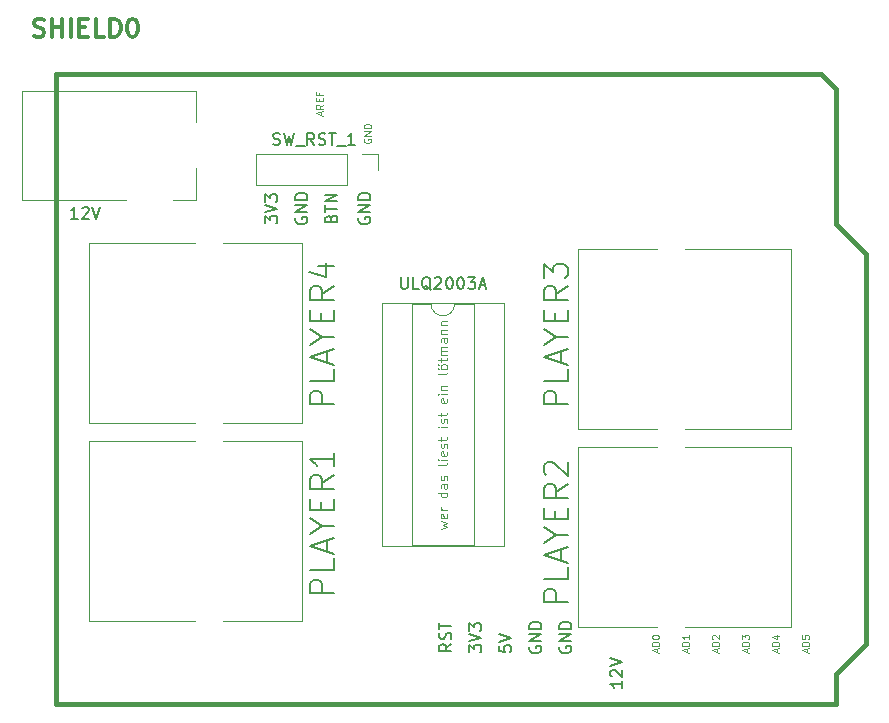
<source format=gbr>
G04 #@! TF.GenerationSoftware,KiCad,Pcbnew,5.0.1*
G04 #@! TF.CreationDate,2018-10-24T01:14:12+02:00*
G04 #@! TF.ProjectId,jeopardy-hw,6A656F70617264792D68772E6B696361,rev?*
G04 #@! TF.SameCoordinates,Original*
G04 #@! TF.FileFunction,Legend,Top*
G04 #@! TF.FilePolarity,Positive*
%FSLAX46Y46*%
G04 Gerber Fmt 4.6, Leading zero omitted, Abs format (unit mm)*
G04 Created by KiCad (PCBNEW 5.0.1) date Wed 24 Oct 2018 01:14:12 AM CEST*
%MOMM*%
%LPD*%
G01*
G04 APERTURE LIST*
%ADD10C,0.100000*%
%ADD11C,0.200000*%
%ADD12C,0.120000*%
%ADD13C,0.381000*%
%ADD14C,0.150000*%
%ADD15C,0.304800*%
G04 APERTURE END LIST*
D10*
X197948571Y-144963047D02*
X198481904Y-144810666D01*
X198100952Y-144658285D01*
X198481904Y-144505904D01*
X197948571Y-144353523D01*
X198443809Y-143744000D02*
X198481904Y-143820190D01*
X198481904Y-143972571D01*
X198443809Y-144048761D01*
X198367619Y-144086857D01*
X198062857Y-144086857D01*
X197986666Y-144048761D01*
X197948571Y-143972571D01*
X197948571Y-143820190D01*
X197986666Y-143744000D01*
X198062857Y-143705904D01*
X198139047Y-143705904D01*
X198215238Y-144086857D01*
X198481904Y-143363047D02*
X197948571Y-143363047D01*
X198100952Y-143363047D02*
X198024761Y-143324952D01*
X197986666Y-143286857D01*
X197948571Y-143210666D01*
X197948571Y-143134476D01*
X198481904Y-141915428D02*
X197681904Y-141915428D01*
X198443809Y-141915428D02*
X198481904Y-141991619D01*
X198481904Y-142144000D01*
X198443809Y-142220190D01*
X198405714Y-142258285D01*
X198329523Y-142296380D01*
X198100952Y-142296380D01*
X198024761Y-142258285D01*
X197986666Y-142220190D01*
X197948571Y-142144000D01*
X197948571Y-141991619D01*
X197986666Y-141915428D01*
X198481904Y-141191619D02*
X198062857Y-141191619D01*
X197986666Y-141229714D01*
X197948571Y-141305904D01*
X197948571Y-141458285D01*
X197986666Y-141534476D01*
X198443809Y-141191619D02*
X198481904Y-141267809D01*
X198481904Y-141458285D01*
X198443809Y-141534476D01*
X198367619Y-141572571D01*
X198291428Y-141572571D01*
X198215238Y-141534476D01*
X198177142Y-141458285D01*
X198177142Y-141267809D01*
X198139047Y-141191619D01*
X198443809Y-140848761D02*
X198481904Y-140772571D01*
X198481904Y-140620190D01*
X198443809Y-140544000D01*
X198367619Y-140505904D01*
X198329523Y-140505904D01*
X198253333Y-140544000D01*
X198215238Y-140620190D01*
X198215238Y-140734476D01*
X198177142Y-140810666D01*
X198100952Y-140848761D01*
X198062857Y-140848761D01*
X197986666Y-140810666D01*
X197948571Y-140734476D01*
X197948571Y-140620190D01*
X197986666Y-140544000D01*
X198481904Y-139439238D02*
X198443809Y-139515428D01*
X198367619Y-139553523D01*
X197681904Y-139553523D01*
X198481904Y-139134476D02*
X197948571Y-139134476D01*
X197681904Y-139134476D02*
X197720000Y-139172571D01*
X197758095Y-139134476D01*
X197720000Y-139096380D01*
X197681904Y-139134476D01*
X197758095Y-139134476D01*
X198443809Y-138448761D02*
X198481904Y-138524952D01*
X198481904Y-138677333D01*
X198443809Y-138753523D01*
X198367619Y-138791619D01*
X198062857Y-138791619D01*
X197986666Y-138753523D01*
X197948571Y-138677333D01*
X197948571Y-138524952D01*
X197986666Y-138448761D01*
X198062857Y-138410666D01*
X198139047Y-138410666D01*
X198215238Y-138791619D01*
X198443809Y-138105904D02*
X198481904Y-138029714D01*
X198481904Y-137877333D01*
X198443809Y-137801142D01*
X198367619Y-137763047D01*
X198329523Y-137763047D01*
X198253333Y-137801142D01*
X198215238Y-137877333D01*
X198215238Y-137991619D01*
X198177142Y-138067809D01*
X198100952Y-138105904D01*
X198062857Y-138105904D01*
X197986666Y-138067809D01*
X197948571Y-137991619D01*
X197948571Y-137877333D01*
X197986666Y-137801142D01*
X197948571Y-137534476D02*
X197948571Y-137229714D01*
X197681904Y-137420190D02*
X198367619Y-137420190D01*
X198443809Y-137382095D01*
X198481904Y-137305904D01*
X198481904Y-137229714D01*
X198481904Y-136353523D02*
X197948571Y-136353523D01*
X197681904Y-136353523D02*
X197720000Y-136391619D01*
X197758095Y-136353523D01*
X197720000Y-136315428D01*
X197681904Y-136353523D01*
X197758095Y-136353523D01*
X198443809Y-136010666D02*
X198481904Y-135934476D01*
X198481904Y-135782095D01*
X198443809Y-135705904D01*
X198367619Y-135667809D01*
X198329523Y-135667809D01*
X198253333Y-135705904D01*
X198215238Y-135782095D01*
X198215238Y-135896380D01*
X198177142Y-135972571D01*
X198100952Y-136010666D01*
X198062857Y-136010666D01*
X197986666Y-135972571D01*
X197948571Y-135896380D01*
X197948571Y-135782095D01*
X197986666Y-135705904D01*
X197948571Y-135439238D02*
X197948571Y-135134476D01*
X197681904Y-135324952D02*
X198367619Y-135324952D01*
X198443809Y-135286857D01*
X198481904Y-135210666D01*
X198481904Y-135134476D01*
X198443809Y-133953523D02*
X198481904Y-134029714D01*
X198481904Y-134182095D01*
X198443809Y-134258285D01*
X198367619Y-134296380D01*
X198062857Y-134296380D01*
X197986666Y-134258285D01*
X197948571Y-134182095D01*
X197948571Y-134029714D01*
X197986666Y-133953523D01*
X198062857Y-133915428D01*
X198139047Y-133915428D01*
X198215238Y-134296380D01*
X198481904Y-133572571D02*
X197948571Y-133572571D01*
X197681904Y-133572571D02*
X197720000Y-133610666D01*
X197758095Y-133572571D01*
X197720000Y-133534476D01*
X197681904Y-133572571D01*
X197758095Y-133572571D01*
X197948571Y-133191619D02*
X198481904Y-133191619D01*
X198024761Y-133191619D02*
X197986666Y-133153523D01*
X197948571Y-133077333D01*
X197948571Y-132963047D01*
X197986666Y-132886857D01*
X198062857Y-132848761D01*
X198481904Y-132848761D01*
X198481904Y-131744000D02*
X198443809Y-131820190D01*
X198367619Y-131858285D01*
X197681904Y-131858285D01*
X198481904Y-131324952D02*
X198443809Y-131401142D01*
X198405714Y-131439238D01*
X198329523Y-131477333D01*
X198100952Y-131477333D01*
X198024761Y-131439238D01*
X197986666Y-131401142D01*
X197948571Y-131324952D01*
X197948571Y-131210666D01*
X197986666Y-131134476D01*
X198024761Y-131096380D01*
X198100952Y-131058285D01*
X198329523Y-131058285D01*
X198405714Y-131096380D01*
X198443809Y-131134476D01*
X198481904Y-131210666D01*
X198481904Y-131324952D01*
X197681904Y-131401142D02*
X197720000Y-131363047D01*
X197758095Y-131401142D01*
X197720000Y-131439238D01*
X197681904Y-131401142D01*
X197758095Y-131401142D01*
X197681904Y-131096380D02*
X197720000Y-131058285D01*
X197758095Y-131096380D01*
X197720000Y-131134476D01*
X197681904Y-131096380D01*
X197758095Y-131096380D01*
X197948571Y-130829714D02*
X197948571Y-130524952D01*
X197681904Y-130715428D02*
X198367619Y-130715428D01*
X198443809Y-130677333D01*
X198481904Y-130601142D01*
X198481904Y-130524952D01*
X198481904Y-130258285D02*
X197948571Y-130258285D01*
X198024761Y-130258285D02*
X197986666Y-130220190D01*
X197948571Y-130144000D01*
X197948571Y-130029714D01*
X197986666Y-129953523D01*
X198062857Y-129915428D01*
X198481904Y-129915428D01*
X198062857Y-129915428D02*
X197986666Y-129877333D01*
X197948571Y-129801142D01*
X197948571Y-129686857D01*
X197986666Y-129610666D01*
X198062857Y-129572571D01*
X198481904Y-129572571D01*
X198481904Y-128848761D02*
X198062857Y-128848761D01*
X197986666Y-128886857D01*
X197948571Y-128963047D01*
X197948571Y-129115428D01*
X197986666Y-129191619D01*
X198443809Y-128848761D02*
X198481904Y-128924952D01*
X198481904Y-129115428D01*
X198443809Y-129191619D01*
X198367619Y-129229714D01*
X198291428Y-129229714D01*
X198215238Y-129191619D01*
X198177142Y-129115428D01*
X198177142Y-128924952D01*
X198139047Y-128848761D01*
X197948571Y-128467809D02*
X198481904Y-128467809D01*
X198024761Y-128467809D02*
X197986666Y-128429714D01*
X197948571Y-128353523D01*
X197948571Y-128239238D01*
X197986666Y-128163047D01*
X198062857Y-128124952D01*
X198481904Y-128124952D01*
X197948571Y-127744000D02*
X198481904Y-127744000D01*
X198024761Y-127744000D02*
X197986666Y-127705904D01*
X197948571Y-127629714D01*
X197948571Y-127515428D01*
X197986666Y-127439238D01*
X198062857Y-127401142D01*
X198481904Y-127401142D01*
X187806000Y-109937428D02*
X187806000Y-109651714D01*
X187977428Y-109994571D02*
X187377428Y-109794571D01*
X187977428Y-109594571D01*
X187977428Y-109051714D02*
X187691714Y-109251714D01*
X187977428Y-109394571D02*
X187377428Y-109394571D01*
X187377428Y-109166000D01*
X187406000Y-109108857D01*
X187434571Y-109080285D01*
X187491714Y-109051714D01*
X187577428Y-109051714D01*
X187634571Y-109080285D01*
X187663142Y-109108857D01*
X187691714Y-109166000D01*
X187691714Y-109394571D01*
X187663142Y-108794571D02*
X187663142Y-108594571D01*
X187977428Y-108508857D02*
X187977428Y-108794571D01*
X187377428Y-108794571D01*
X187377428Y-108508857D01*
X187663142Y-108051714D02*
X187663142Y-108251714D01*
X187977428Y-108251714D02*
X187377428Y-108251714D01*
X187377428Y-107966000D01*
X191470000Y-111963142D02*
X191441428Y-112020285D01*
X191441428Y-112106000D01*
X191470000Y-112191714D01*
X191527142Y-112248857D01*
X191584285Y-112277428D01*
X191698571Y-112306000D01*
X191784285Y-112306000D01*
X191898571Y-112277428D01*
X191955714Y-112248857D01*
X192012857Y-112191714D01*
X192041428Y-112106000D01*
X192041428Y-112048857D01*
X192012857Y-111963142D01*
X191984285Y-111934571D01*
X191784285Y-111934571D01*
X191784285Y-112048857D01*
X192041428Y-111677428D02*
X191441428Y-111677428D01*
X192041428Y-111334571D01*
X191441428Y-111334571D01*
X192041428Y-111048857D02*
X191441428Y-111048857D01*
X191441428Y-110906000D01*
X191470000Y-110820285D01*
X191527142Y-110763142D01*
X191584285Y-110734571D01*
X191698571Y-110706000D01*
X191784285Y-110706000D01*
X191898571Y-110734571D01*
X191955714Y-110763142D01*
X192012857Y-110820285D01*
X192041428Y-110906000D01*
X192041428Y-111048857D01*
X228954000Y-155414571D02*
X228954000Y-155128857D01*
X229125428Y-155471714D02*
X228525428Y-155271714D01*
X229125428Y-155071714D01*
X229125428Y-154871714D02*
X228525428Y-154871714D01*
X228525428Y-154728857D01*
X228554000Y-154643142D01*
X228611142Y-154586000D01*
X228668285Y-154557428D01*
X228782571Y-154528857D01*
X228868285Y-154528857D01*
X228982571Y-154557428D01*
X229039714Y-154586000D01*
X229096857Y-154643142D01*
X229125428Y-154728857D01*
X229125428Y-154871714D01*
X228525428Y-153986000D02*
X228525428Y-154271714D01*
X228811142Y-154300285D01*
X228782571Y-154271714D01*
X228754000Y-154214571D01*
X228754000Y-154071714D01*
X228782571Y-154014571D01*
X228811142Y-153986000D01*
X228868285Y-153957428D01*
X229011142Y-153957428D01*
X229068285Y-153986000D01*
X229096857Y-154014571D01*
X229125428Y-154071714D01*
X229125428Y-154214571D01*
X229096857Y-154271714D01*
X229068285Y-154300285D01*
X226414000Y-155414571D02*
X226414000Y-155128857D01*
X226585428Y-155471714D02*
X225985428Y-155271714D01*
X226585428Y-155071714D01*
X226585428Y-154871714D02*
X225985428Y-154871714D01*
X225985428Y-154728857D01*
X226014000Y-154643142D01*
X226071142Y-154586000D01*
X226128285Y-154557428D01*
X226242571Y-154528857D01*
X226328285Y-154528857D01*
X226442571Y-154557428D01*
X226499714Y-154586000D01*
X226556857Y-154643142D01*
X226585428Y-154728857D01*
X226585428Y-154871714D01*
X226185428Y-154014571D02*
X226585428Y-154014571D01*
X225956857Y-154157428D02*
X226385428Y-154300285D01*
X226385428Y-153928857D01*
X223874000Y-155414571D02*
X223874000Y-155128857D01*
X224045428Y-155471714D02*
X223445428Y-155271714D01*
X224045428Y-155071714D01*
X224045428Y-154871714D02*
X223445428Y-154871714D01*
X223445428Y-154728857D01*
X223474000Y-154643142D01*
X223531142Y-154586000D01*
X223588285Y-154557428D01*
X223702571Y-154528857D01*
X223788285Y-154528857D01*
X223902571Y-154557428D01*
X223959714Y-154586000D01*
X224016857Y-154643142D01*
X224045428Y-154728857D01*
X224045428Y-154871714D01*
X223445428Y-154328857D02*
X223445428Y-153957428D01*
X223674000Y-154157428D01*
X223674000Y-154071714D01*
X223702571Y-154014571D01*
X223731142Y-153986000D01*
X223788285Y-153957428D01*
X223931142Y-153957428D01*
X223988285Y-153986000D01*
X224016857Y-154014571D01*
X224045428Y-154071714D01*
X224045428Y-154243142D01*
X224016857Y-154300285D01*
X223988285Y-154328857D01*
X221334000Y-155414571D02*
X221334000Y-155128857D01*
X221505428Y-155471714D02*
X220905428Y-155271714D01*
X221505428Y-155071714D01*
X221505428Y-154871714D02*
X220905428Y-154871714D01*
X220905428Y-154728857D01*
X220934000Y-154643142D01*
X220991142Y-154586000D01*
X221048285Y-154557428D01*
X221162571Y-154528857D01*
X221248285Y-154528857D01*
X221362571Y-154557428D01*
X221419714Y-154586000D01*
X221476857Y-154643142D01*
X221505428Y-154728857D01*
X221505428Y-154871714D01*
X220962571Y-154300285D02*
X220934000Y-154271714D01*
X220905428Y-154214571D01*
X220905428Y-154071714D01*
X220934000Y-154014571D01*
X220962571Y-153986000D01*
X221019714Y-153957428D01*
X221076857Y-153957428D01*
X221162571Y-153986000D01*
X221505428Y-154328857D01*
X221505428Y-153957428D01*
X218794000Y-155414571D02*
X218794000Y-155128857D01*
X218965428Y-155471714D02*
X218365428Y-155271714D01*
X218965428Y-155071714D01*
X218965428Y-154871714D02*
X218365428Y-154871714D01*
X218365428Y-154728857D01*
X218394000Y-154643142D01*
X218451142Y-154586000D01*
X218508285Y-154557428D01*
X218622571Y-154528857D01*
X218708285Y-154528857D01*
X218822571Y-154557428D01*
X218879714Y-154586000D01*
X218936857Y-154643142D01*
X218965428Y-154728857D01*
X218965428Y-154871714D01*
X218965428Y-153957428D02*
X218965428Y-154300285D01*
X218965428Y-154128857D02*
X218365428Y-154128857D01*
X218451142Y-154186000D01*
X218508285Y-154243142D01*
X218536857Y-154300285D01*
X216254000Y-155414571D02*
X216254000Y-155128857D01*
X216425428Y-155471714D02*
X215825428Y-155271714D01*
X216425428Y-155071714D01*
X216425428Y-154871714D02*
X215825428Y-154871714D01*
X215825428Y-154728857D01*
X215854000Y-154643142D01*
X215911142Y-154586000D01*
X215968285Y-154557428D01*
X216082571Y-154528857D01*
X216168285Y-154528857D01*
X216282571Y-154557428D01*
X216339714Y-154586000D01*
X216396857Y-154643142D01*
X216425428Y-154728857D01*
X216425428Y-154871714D01*
X215825428Y-154157428D02*
X215825428Y-154100285D01*
X215854000Y-154043142D01*
X215882571Y-154014571D01*
X215939714Y-153986000D01*
X216054000Y-153957428D01*
X216196857Y-153957428D01*
X216311142Y-153986000D01*
X216368285Y-154014571D01*
X216396857Y-154043142D01*
X216425428Y-154100285D01*
X216425428Y-154157428D01*
X216396857Y-154214571D01*
X216368285Y-154243142D01*
X216311142Y-154271714D01*
X216196857Y-154300285D01*
X216054000Y-154300285D01*
X215939714Y-154271714D01*
X215882571Y-154243142D01*
X215854000Y-154214571D01*
X215825428Y-154157428D01*
D11*
X200366380Y-155416095D02*
X200366380Y-154797047D01*
X200747333Y-155130380D01*
X200747333Y-154987523D01*
X200794952Y-154892285D01*
X200842571Y-154844666D01*
X200937809Y-154797047D01*
X201175904Y-154797047D01*
X201271142Y-154844666D01*
X201318761Y-154892285D01*
X201366380Y-154987523D01*
X201366380Y-155273238D01*
X201318761Y-155368476D01*
X201271142Y-155416095D01*
X200366380Y-154511333D02*
X201366380Y-154178000D01*
X200366380Y-153844666D01*
X200366380Y-153606571D02*
X200366380Y-152987523D01*
X200747333Y-153320857D01*
X200747333Y-153178000D01*
X200794952Y-153082761D01*
X200842571Y-153035142D01*
X200937809Y-152987523D01*
X201175904Y-152987523D01*
X201271142Y-153035142D01*
X201318761Y-153082761D01*
X201366380Y-153178000D01*
X201366380Y-153463714D01*
X201318761Y-153558952D01*
X201271142Y-153606571D01*
X202906380Y-154876476D02*
X202906380Y-155352666D01*
X203382571Y-155400285D01*
X203334952Y-155352666D01*
X203287333Y-155257428D01*
X203287333Y-155019333D01*
X203334952Y-154924095D01*
X203382571Y-154876476D01*
X203477809Y-154828857D01*
X203715904Y-154828857D01*
X203811142Y-154876476D01*
X203858761Y-154924095D01*
X203906380Y-155019333D01*
X203906380Y-155257428D01*
X203858761Y-155352666D01*
X203811142Y-155400285D01*
X202906380Y-154543142D02*
X203906380Y-154209809D01*
X202906380Y-153876476D01*
X213304380Y-157845047D02*
X213304380Y-158416476D01*
X213304380Y-158130761D02*
X212304380Y-158130761D01*
X212447238Y-158226000D01*
X212542476Y-158321238D01*
X212590095Y-158416476D01*
X212399619Y-157464095D02*
X212352000Y-157416476D01*
X212304380Y-157321238D01*
X212304380Y-157083142D01*
X212352000Y-156987904D01*
X212399619Y-156940285D01*
X212494857Y-156892666D01*
X212590095Y-156892666D01*
X212732952Y-156940285D01*
X213304380Y-157511714D01*
X213304380Y-156892666D01*
X212304380Y-156606952D02*
X213304380Y-156273619D01*
X212304380Y-155940285D01*
X208034000Y-154939904D02*
X207986380Y-155035142D01*
X207986380Y-155178000D01*
X208034000Y-155320857D01*
X208129238Y-155416095D01*
X208224476Y-155463714D01*
X208414952Y-155511333D01*
X208557809Y-155511333D01*
X208748285Y-155463714D01*
X208843523Y-155416095D01*
X208938761Y-155320857D01*
X208986380Y-155178000D01*
X208986380Y-155082761D01*
X208938761Y-154939904D01*
X208891142Y-154892285D01*
X208557809Y-154892285D01*
X208557809Y-155082761D01*
X208986380Y-154463714D02*
X207986380Y-154463714D01*
X208986380Y-153892285D01*
X207986380Y-153892285D01*
X208986380Y-153416095D02*
X207986380Y-153416095D01*
X207986380Y-153178000D01*
X208034000Y-153035142D01*
X208129238Y-152939904D01*
X208224476Y-152892285D01*
X208414952Y-152844666D01*
X208557809Y-152844666D01*
X208748285Y-152892285D01*
X208843523Y-152939904D01*
X208938761Y-153035142D01*
X208986380Y-153178000D01*
X208986380Y-153416095D01*
X205494000Y-154939904D02*
X205446380Y-155035142D01*
X205446380Y-155178000D01*
X205494000Y-155320857D01*
X205589238Y-155416095D01*
X205684476Y-155463714D01*
X205874952Y-155511333D01*
X206017809Y-155511333D01*
X206208285Y-155463714D01*
X206303523Y-155416095D01*
X206398761Y-155320857D01*
X206446380Y-155178000D01*
X206446380Y-155082761D01*
X206398761Y-154939904D01*
X206351142Y-154892285D01*
X206017809Y-154892285D01*
X206017809Y-155082761D01*
X206446380Y-154463714D02*
X205446380Y-154463714D01*
X206446380Y-153892285D01*
X205446380Y-153892285D01*
X206446380Y-153416095D02*
X205446380Y-153416095D01*
X205446380Y-153178000D01*
X205494000Y-153035142D01*
X205589238Y-152939904D01*
X205684476Y-152892285D01*
X205874952Y-152844666D01*
X206017809Y-152844666D01*
X206208285Y-152892285D01*
X206303523Y-152939904D01*
X206398761Y-153035142D01*
X206446380Y-153178000D01*
X206446380Y-153416095D01*
X198826380Y-154725619D02*
X198350190Y-155058952D01*
X198826380Y-155297047D02*
X197826380Y-155297047D01*
X197826380Y-154916095D01*
X197874000Y-154820857D01*
X197921619Y-154773238D01*
X198016857Y-154725619D01*
X198159714Y-154725619D01*
X198254952Y-154773238D01*
X198302571Y-154820857D01*
X198350190Y-154916095D01*
X198350190Y-155297047D01*
X198778761Y-154344666D02*
X198826380Y-154201809D01*
X198826380Y-153963714D01*
X198778761Y-153868476D01*
X198731142Y-153820857D01*
X198635904Y-153773238D01*
X198540666Y-153773238D01*
X198445428Y-153820857D01*
X198397809Y-153868476D01*
X198350190Y-153963714D01*
X198302571Y-154154190D01*
X198254952Y-154249428D01*
X198207333Y-154297047D01*
X198112095Y-154344666D01*
X198016857Y-154344666D01*
X197921619Y-154297047D01*
X197874000Y-154249428D01*
X197826380Y-154154190D01*
X197826380Y-153916095D01*
X197874000Y-153773238D01*
X197826380Y-153487523D02*
X197826380Y-152916095D01*
X198826380Y-153201809D02*
X197826380Y-153201809D01*
X191016000Y-118617904D02*
X190968380Y-118713142D01*
X190968380Y-118856000D01*
X191016000Y-118998857D01*
X191111238Y-119094095D01*
X191206476Y-119141714D01*
X191396952Y-119189333D01*
X191539809Y-119189333D01*
X191730285Y-119141714D01*
X191825523Y-119094095D01*
X191920761Y-118998857D01*
X191968380Y-118856000D01*
X191968380Y-118760761D01*
X191920761Y-118617904D01*
X191873142Y-118570285D01*
X191539809Y-118570285D01*
X191539809Y-118760761D01*
X191968380Y-118141714D02*
X190968380Y-118141714D01*
X191968380Y-117570285D01*
X190968380Y-117570285D01*
X191968380Y-117094095D02*
X190968380Y-117094095D01*
X190968380Y-116856000D01*
X191016000Y-116713142D01*
X191111238Y-116617904D01*
X191206476Y-116570285D01*
X191396952Y-116522666D01*
X191539809Y-116522666D01*
X191730285Y-116570285D01*
X191825523Y-116617904D01*
X191920761Y-116713142D01*
X191968380Y-116856000D01*
X191968380Y-117094095D01*
X188650571Y-118689333D02*
X188698190Y-118546476D01*
X188745809Y-118498857D01*
X188841047Y-118451238D01*
X188983904Y-118451238D01*
X189079142Y-118498857D01*
X189126761Y-118546476D01*
X189174380Y-118641714D01*
X189174380Y-119022666D01*
X188174380Y-119022666D01*
X188174380Y-118689333D01*
X188222000Y-118594095D01*
X188269619Y-118546476D01*
X188364857Y-118498857D01*
X188460095Y-118498857D01*
X188555333Y-118546476D01*
X188602952Y-118594095D01*
X188650571Y-118689333D01*
X188650571Y-119022666D01*
X188174380Y-118165523D02*
X188174380Y-117594095D01*
X189174380Y-117879809D02*
X188174380Y-117879809D01*
X189174380Y-117260761D02*
X188174380Y-117260761D01*
X189174380Y-116689333D01*
X188174380Y-116689333D01*
X185682000Y-118617904D02*
X185634380Y-118713142D01*
X185634380Y-118856000D01*
X185682000Y-118998857D01*
X185777238Y-119094095D01*
X185872476Y-119141714D01*
X186062952Y-119189333D01*
X186205809Y-119189333D01*
X186396285Y-119141714D01*
X186491523Y-119094095D01*
X186586761Y-118998857D01*
X186634380Y-118856000D01*
X186634380Y-118760761D01*
X186586761Y-118617904D01*
X186539142Y-118570285D01*
X186205809Y-118570285D01*
X186205809Y-118760761D01*
X186634380Y-118141714D02*
X185634380Y-118141714D01*
X186634380Y-117570285D01*
X185634380Y-117570285D01*
X186634380Y-117094095D02*
X185634380Y-117094095D01*
X185634380Y-116856000D01*
X185682000Y-116713142D01*
X185777238Y-116617904D01*
X185872476Y-116570285D01*
X186062952Y-116522666D01*
X186205809Y-116522666D01*
X186396285Y-116570285D01*
X186491523Y-116617904D01*
X186586761Y-116713142D01*
X186634380Y-116856000D01*
X186634380Y-117094095D01*
X183094380Y-119094095D02*
X183094380Y-118475047D01*
X183475333Y-118808380D01*
X183475333Y-118665523D01*
X183522952Y-118570285D01*
X183570571Y-118522666D01*
X183665809Y-118475047D01*
X183903904Y-118475047D01*
X183999142Y-118522666D01*
X184046761Y-118570285D01*
X184094380Y-118665523D01*
X184094380Y-118951238D01*
X184046761Y-119046476D01*
X183999142Y-119094095D01*
X183094380Y-118189333D02*
X184094380Y-117856000D01*
X183094380Y-117522666D01*
X183094380Y-117284571D02*
X183094380Y-116665523D01*
X183475333Y-116998857D01*
X183475333Y-116856000D01*
X183522952Y-116760761D01*
X183570571Y-116713142D01*
X183665809Y-116665523D01*
X183903904Y-116665523D01*
X183999142Y-116713142D01*
X184046761Y-116760761D01*
X184094380Y-116856000D01*
X184094380Y-117141714D01*
X184046761Y-117236952D01*
X183999142Y-117284571D01*
D12*
G04 #@! TO.C,PLAYER1*
X179468000Y-152776000D02*
X186178000Y-152776000D01*
X179478000Y-137546000D02*
X186178000Y-137536000D01*
X168148000Y-152776000D02*
X177148000Y-152776000D01*
X168148000Y-137536000D02*
X168148000Y-152776000D01*
X168148000Y-137536000D02*
X177138000Y-137546000D01*
X186178000Y-152776000D02*
X186178000Y-137536000D01*
G04 #@! TO.C,PLAYER2*
X209554000Y-138054000D02*
X209554000Y-153294000D01*
X227584000Y-153294000D02*
X218594000Y-153284000D01*
X227584000Y-153294000D02*
X227584000Y-138054000D01*
X227584000Y-138054000D02*
X218584000Y-138054000D01*
X216254000Y-153284000D02*
X209554000Y-153294000D01*
X216264000Y-138054000D02*
X209554000Y-138054000D01*
G04 #@! TO.C,PLAYER3*
X216264000Y-121290000D02*
X209554000Y-121290000D01*
X216254000Y-136520000D02*
X209554000Y-136530000D01*
X227584000Y-121290000D02*
X218584000Y-121290000D01*
X227584000Y-136530000D02*
X227584000Y-121290000D01*
X227584000Y-136530000D02*
X218594000Y-136520000D01*
X209554000Y-121290000D02*
X209554000Y-136530000D01*
G04 #@! TO.C,PLAYER4*
X186178000Y-136012000D02*
X186178000Y-120772000D01*
X168148000Y-120772000D02*
X177138000Y-120782000D01*
X168148000Y-120772000D02*
X168148000Y-136012000D01*
X168148000Y-136012000D02*
X177148000Y-136012000D01*
X179478000Y-120782000D02*
X186178000Y-120772000D01*
X179468000Y-136012000D02*
X186178000Y-136012000D01*
G04 #@! TO.C,12V*
X177176000Y-107922000D02*
X177176000Y-110522000D01*
X162476000Y-107922000D02*
X177176000Y-107922000D01*
X177176000Y-117122000D02*
X175276000Y-117122000D01*
X177176000Y-114422000D02*
X177176000Y-117122000D01*
X162476000Y-117122000D02*
X162476000Y-107922000D01*
X171276000Y-117122000D02*
X162476000Y-117122000D01*
D13*
G04 #@! TO.C,SHIELD0*
X231394000Y-119126000D02*
X231394000Y-107696000D01*
X231394000Y-107696000D02*
X230124000Y-106426000D01*
X230124000Y-106426000D02*
X165354000Y-106426000D01*
X231394000Y-159766000D02*
X165354000Y-159766000D01*
X165354000Y-159766000D02*
X165354000Y-106426000D01*
X231394000Y-119126000D02*
X233934000Y-121666000D01*
X233934000Y-121666000D02*
X233934000Y-154686000D01*
X233934000Y-154686000D02*
X231394000Y-157226000D01*
X231394000Y-157226000D02*
X231394000Y-159766000D01*
D12*
G04 #@! TO.C,ULQ2003A*
X203260000Y-125864000D02*
X192980000Y-125864000D01*
X203260000Y-146424000D02*
X203260000Y-125864000D01*
X192980000Y-146424000D02*
X203260000Y-146424000D01*
X192980000Y-125864000D02*
X192980000Y-146424000D01*
X200770000Y-125924000D02*
X199120000Y-125924000D01*
X200770000Y-146364000D02*
X200770000Y-125924000D01*
X195470000Y-146364000D02*
X200770000Y-146364000D01*
X195470000Y-125924000D02*
X195470000Y-146364000D01*
X197120000Y-125924000D02*
X195470000Y-125924000D01*
X199120000Y-125924000D02*
G75*
G02X197120000Y-125924000I-1000000J0D01*
G01*
G04 #@! TO.C,SW_RST_1*
X192592000Y-113224000D02*
X192592000Y-114554000D01*
X191262000Y-113224000D02*
X192592000Y-113224000D01*
X189992000Y-113224000D02*
X189992000Y-115884000D01*
X189992000Y-115884000D02*
X182312000Y-115884000D01*
X189992000Y-113224000D02*
X182312000Y-113224000D01*
X182312000Y-113224000D02*
X182312000Y-115884000D01*
G04 #@! TO.C,PLAYER1*
D14*
X188864761Y-150430761D02*
X186864761Y-150430761D01*
X186864761Y-149668857D01*
X186960000Y-149478380D01*
X187055238Y-149383142D01*
X187245714Y-149287904D01*
X187531428Y-149287904D01*
X187721904Y-149383142D01*
X187817142Y-149478380D01*
X187912380Y-149668857D01*
X187912380Y-150430761D01*
X188864761Y-147478380D02*
X188864761Y-148430761D01*
X186864761Y-148430761D01*
X188293333Y-146906952D02*
X188293333Y-145954571D01*
X188864761Y-147097428D02*
X186864761Y-146430761D01*
X188864761Y-145764095D01*
X187912380Y-144716476D02*
X188864761Y-144716476D01*
X186864761Y-145383142D02*
X187912380Y-144716476D01*
X186864761Y-144049809D01*
X187817142Y-143383142D02*
X187817142Y-142716476D01*
X188864761Y-142430761D02*
X188864761Y-143383142D01*
X186864761Y-143383142D01*
X186864761Y-142430761D01*
X188864761Y-140430761D02*
X187912380Y-141097428D01*
X188864761Y-141573619D02*
X186864761Y-141573619D01*
X186864761Y-140811714D01*
X186960000Y-140621238D01*
X187055238Y-140526000D01*
X187245714Y-140430761D01*
X187531428Y-140430761D01*
X187721904Y-140526000D01*
X187817142Y-140621238D01*
X187912380Y-140811714D01*
X187912380Y-141573619D01*
X188864761Y-138526000D02*
X188864761Y-139668857D01*
X188864761Y-139097428D02*
X186864761Y-139097428D01*
X187150476Y-139287904D01*
X187340952Y-139478380D01*
X187436190Y-139668857D01*
G04 #@! TO.C,PLAYER2*
X208676761Y-151192761D02*
X206676761Y-151192761D01*
X206676761Y-150430857D01*
X206772000Y-150240380D01*
X206867238Y-150145142D01*
X207057714Y-150049904D01*
X207343428Y-150049904D01*
X207533904Y-150145142D01*
X207629142Y-150240380D01*
X207724380Y-150430857D01*
X207724380Y-151192761D01*
X208676761Y-148240380D02*
X208676761Y-149192761D01*
X206676761Y-149192761D01*
X208105333Y-147668952D02*
X208105333Y-146716571D01*
X208676761Y-147859428D02*
X206676761Y-147192761D01*
X208676761Y-146526095D01*
X207724380Y-145478476D02*
X208676761Y-145478476D01*
X206676761Y-146145142D02*
X207724380Y-145478476D01*
X206676761Y-144811809D01*
X207629142Y-144145142D02*
X207629142Y-143478476D01*
X208676761Y-143192761D02*
X208676761Y-144145142D01*
X206676761Y-144145142D01*
X206676761Y-143192761D01*
X208676761Y-141192761D02*
X207724380Y-141859428D01*
X208676761Y-142335619D02*
X206676761Y-142335619D01*
X206676761Y-141573714D01*
X206772000Y-141383238D01*
X206867238Y-141288000D01*
X207057714Y-141192761D01*
X207343428Y-141192761D01*
X207533904Y-141288000D01*
X207629142Y-141383238D01*
X207724380Y-141573714D01*
X207724380Y-142335619D01*
X206867238Y-140430857D02*
X206772000Y-140335619D01*
X206676761Y-140145142D01*
X206676761Y-139668952D01*
X206772000Y-139478476D01*
X206867238Y-139383238D01*
X207057714Y-139288000D01*
X207248190Y-139288000D01*
X207533904Y-139383238D01*
X208676761Y-140526095D01*
X208676761Y-139288000D01*
G04 #@! TO.C,PLAYER3*
X208676761Y-134428761D02*
X206676761Y-134428761D01*
X206676761Y-133666857D01*
X206772000Y-133476380D01*
X206867238Y-133381142D01*
X207057714Y-133285904D01*
X207343428Y-133285904D01*
X207533904Y-133381142D01*
X207629142Y-133476380D01*
X207724380Y-133666857D01*
X207724380Y-134428761D01*
X208676761Y-131476380D02*
X208676761Y-132428761D01*
X206676761Y-132428761D01*
X208105333Y-130904952D02*
X208105333Y-129952571D01*
X208676761Y-131095428D02*
X206676761Y-130428761D01*
X208676761Y-129762095D01*
X207724380Y-128714476D02*
X208676761Y-128714476D01*
X206676761Y-129381142D02*
X207724380Y-128714476D01*
X206676761Y-128047809D01*
X207629142Y-127381142D02*
X207629142Y-126714476D01*
X208676761Y-126428761D02*
X208676761Y-127381142D01*
X206676761Y-127381142D01*
X206676761Y-126428761D01*
X208676761Y-124428761D02*
X207724380Y-125095428D01*
X208676761Y-125571619D02*
X206676761Y-125571619D01*
X206676761Y-124809714D01*
X206772000Y-124619238D01*
X206867238Y-124524000D01*
X207057714Y-124428761D01*
X207343428Y-124428761D01*
X207533904Y-124524000D01*
X207629142Y-124619238D01*
X207724380Y-124809714D01*
X207724380Y-125571619D01*
X206676761Y-123762095D02*
X206676761Y-122524000D01*
X207438666Y-123190666D01*
X207438666Y-122904952D01*
X207533904Y-122714476D01*
X207629142Y-122619238D01*
X207819619Y-122524000D01*
X208295809Y-122524000D01*
X208486285Y-122619238D01*
X208581523Y-122714476D01*
X208676761Y-122904952D01*
X208676761Y-123476380D01*
X208581523Y-123666857D01*
X208486285Y-123762095D01*
G04 #@! TO.C,PLAYER4*
X188864761Y-134428761D02*
X186864761Y-134428761D01*
X186864761Y-133666857D01*
X186960000Y-133476380D01*
X187055238Y-133381142D01*
X187245714Y-133285904D01*
X187531428Y-133285904D01*
X187721904Y-133381142D01*
X187817142Y-133476380D01*
X187912380Y-133666857D01*
X187912380Y-134428761D01*
X188864761Y-131476380D02*
X188864761Y-132428761D01*
X186864761Y-132428761D01*
X188293333Y-130904952D02*
X188293333Y-129952571D01*
X188864761Y-131095428D02*
X186864761Y-130428761D01*
X188864761Y-129762095D01*
X187912380Y-128714476D02*
X188864761Y-128714476D01*
X186864761Y-129381142D02*
X187912380Y-128714476D01*
X186864761Y-128047809D01*
X187817142Y-127381142D02*
X187817142Y-126714476D01*
X188864761Y-126428761D02*
X188864761Y-127381142D01*
X186864761Y-127381142D01*
X186864761Y-126428761D01*
X188864761Y-124428761D02*
X187912380Y-125095428D01*
X188864761Y-125571619D02*
X186864761Y-125571619D01*
X186864761Y-124809714D01*
X186960000Y-124619238D01*
X187055238Y-124524000D01*
X187245714Y-124428761D01*
X187531428Y-124428761D01*
X187721904Y-124524000D01*
X187817142Y-124619238D01*
X187912380Y-124809714D01*
X187912380Y-125571619D01*
X187531428Y-122714476D02*
X188864761Y-122714476D01*
X186769523Y-123190666D02*
X188198095Y-123666857D01*
X188198095Y-122428761D01*
G04 #@! TO.C,12V*
X167206952Y-118724380D02*
X166635523Y-118724380D01*
X166921238Y-118724380D02*
X166921238Y-117724380D01*
X166826000Y-117867238D01*
X166730761Y-117962476D01*
X166635523Y-118010095D01*
X167587904Y-117819619D02*
X167635523Y-117772000D01*
X167730761Y-117724380D01*
X167968857Y-117724380D01*
X168064095Y-117772000D01*
X168111714Y-117819619D01*
X168159333Y-117914857D01*
X168159333Y-118010095D01*
X168111714Y-118152952D01*
X167540285Y-118724380D01*
X168159333Y-118724380D01*
X168445047Y-117724380D02*
X168778380Y-118724380D01*
X169111714Y-117724380D01*
G04 #@! TO.C,SHIELD0*
D15*
X163503428Y-103232857D02*
X163721142Y-103305428D01*
X164084000Y-103305428D01*
X164229142Y-103232857D01*
X164301714Y-103160285D01*
X164374285Y-103015142D01*
X164374285Y-102870000D01*
X164301714Y-102724857D01*
X164229142Y-102652285D01*
X164084000Y-102579714D01*
X163793714Y-102507142D01*
X163648571Y-102434571D01*
X163576000Y-102362000D01*
X163503428Y-102216857D01*
X163503428Y-102071714D01*
X163576000Y-101926571D01*
X163648571Y-101854000D01*
X163793714Y-101781428D01*
X164156571Y-101781428D01*
X164374285Y-101854000D01*
X165027428Y-103305428D02*
X165027428Y-101781428D01*
X165027428Y-102507142D02*
X165898285Y-102507142D01*
X165898285Y-103305428D02*
X165898285Y-101781428D01*
X166624000Y-103305428D02*
X166624000Y-101781428D01*
X167349714Y-102507142D02*
X167857714Y-102507142D01*
X168075428Y-103305428D02*
X167349714Y-103305428D01*
X167349714Y-101781428D01*
X168075428Y-101781428D01*
X169454285Y-103305428D02*
X168728571Y-103305428D01*
X168728571Y-101781428D01*
X169962285Y-103305428D02*
X169962285Y-101781428D01*
X170325142Y-101781428D01*
X170542857Y-101854000D01*
X170688000Y-101999142D01*
X170760571Y-102144285D01*
X170833142Y-102434571D01*
X170833142Y-102652285D01*
X170760571Y-102942571D01*
X170688000Y-103087714D01*
X170542857Y-103232857D01*
X170325142Y-103305428D01*
X169962285Y-103305428D01*
X171776571Y-101781428D02*
X171921714Y-101781428D01*
X172066857Y-101854000D01*
X172139428Y-101926571D01*
X172212000Y-102071714D01*
X172284571Y-102362000D01*
X172284571Y-102724857D01*
X172212000Y-103015142D01*
X172139428Y-103160285D01*
X172066857Y-103232857D01*
X171921714Y-103305428D01*
X171776571Y-103305428D01*
X171631428Y-103232857D01*
X171558857Y-103160285D01*
X171486285Y-103015142D01*
X171413714Y-102724857D01*
X171413714Y-102362000D01*
X171486285Y-102071714D01*
X171558857Y-101926571D01*
X171631428Y-101854000D01*
X171776571Y-101781428D01*
G04 #@! TO.C,ULQ2003A*
D14*
X194572380Y-123658380D02*
X194572380Y-124467904D01*
X194620000Y-124563142D01*
X194667619Y-124610761D01*
X194762857Y-124658380D01*
X194953333Y-124658380D01*
X195048571Y-124610761D01*
X195096190Y-124563142D01*
X195143809Y-124467904D01*
X195143809Y-123658380D01*
X196096190Y-124658380D02*
X195620000Y-124658380D01*
X195620000Y-123658380D01*
X197096190Y-124753619D02*
X197000952Y-124706000D01*
X196905714Y-124610761D01*
X196762857Y-124467904D01*
X196667619Y-124420285D01*
X196572380Y-124420285D01*
X196620000Y-124658380D02*
X196524761Y-124610761D01*
X196429523Y-124515523D01*
X196381904Y-124325047D01*
X196381904Y-123991714D01*
X196429523Y-123801238D01*
X196524761Y-123706000D01*
X196620000Y-123658380D01*
X196810476Y-123658380D01*
X196905714Y-123706000D01*
X197000952Y-123801238D01*
X197048571Y-123991714D01*
X197048571Y-124325047D01*
X197000952Y-124515523D01*
X196905714Y-124610761D01*
X196810476Y-124658380D01*
X196620000Y-124658380D01*
X197429523Y-123753619D02*
X197477142Y-123706000D01*
X197572380Y-123658380D01*
X197810476Y-123658380D01*
X197905714Y-123706000D01*
X197953333Y-123753619D01*
X198000952Y-123848857D01*
X198000952Y-123944095D01*
X197953333Y-124086952D01*
X197381904Y-124658380D01*
X198000952Y-124658380D01*
X198620000Y-123658380D02*
X198715238Y-123658380D01*
X198810476Y-123706000D01*
X198858095Y-123753619D01*
X198905714Y-123848857D01*
X198953333Y-124039333D01*
X198953333Y-124277428D01*
X198905714Y-124467904D01*
X198858095Y-124563142D01*
X198810476Y-124610761D01*
X198715238Y-124658380D01*
X198620000Y-124658380D01*
X198524761Y-124610761D01*
X198477142Y-124563142D01*
X198429523Y-124467904D01*
X198381904Y-124277428D01*
X198381904Y-124039333D01*
X198429523Y-123848857D01*
X198477142Y-123753619D01*
X198524761Y-123706000D01*
X198620000Y-123658380D01*
X199572380Y-123658380D02*
X199667619Y-123658380D01*
X199762857Y-123706000D01*
X199810476Y-123753619D01*
X199858095Y-123848857D01*
X199905714Y-124039333D01*
X199905714Y-124277428D01*
X199858095Y-124467904D01*
X199810476Y-124563142D01*
X199762857Y-124610761D01*
X199667619Y-124658380D01*
X199572380Y-124658380D01*
X199477142Y-124610761D01*
X199429523Y-124563142D01*
X199381904Y-124467904D01*
X199334285Y-124277428D01*
X199334285Y-124039333D01*
X199381904Y-123848857D01*
X199429523Y-123753619D01*
X199477142Y-123706000D01*
X199572380Y-123658380D01*
X200239047Y-123658380D02*
X200858095Y-123658380D01*
X200524761Y-124039333D01*
X200667619Y-124039333D01*
X200762857Y-124086952D01*
X200810476Y-124134571D01*
X200858095Y-124229809D01*
X200858095Y-124467904D01*
X200810476Y-124563142D01*
X200762857Y-124610761D01*
X200667619Y-124658380D01*
X200381904Y-124658380D01*
X200286666Y-124610761D01*
X200239047Y-124563142D01*
X201239047Y-124372666D02*
X201715238Y-124372666D01*
X201143809Y-124658380D02*
X201477142Y-123658380D01*
X201810476Y-124658380D01*
G04 #@! TO.C,SW_RST_1*
X183745619Y-112418761D02*
X183888476Y-112466380D01*
X184126571Y-112466380D01*
X184221809Y-112418761D01*
X184269428Y-112371142D01*
X184317047Y-112275904D01*
X184317047Y-112180666D01*
X184269428Y-112085428D01*
X184221809Y-112037809D01*
X184126571Y-111990190D01*
X183936095Y-111942571D01*
X183840857Y-111894952D01*
X183793238Y-111847333D01*
X183745619Y-111752095D01*
X183745619Y-111656857D01*
X183793238Y-111561619D01*
X183840857Y-111514000D01*
X183936095Y-111466380D01*
X184174190Y-111466380D01*
X184317047Y-111514000D01*
X184650380Y-111466380D02*
X184888476Y-112466380D01*
X185078952Y-111752095D01*
X185269428Y-112466380D01*
X185507523Y-111466380D01*
X185650380Y-112561619D02*
X186412285Y-112561619D01*
X187221809Y-112466380D02*
X186888476Y-111990190D01*
X186650380Y-112466380D02*
X186650380Y-111466380D01*
X187031333Y-111466380D01*
X187126571Y-111514000D01*
X187174190Y-111561619D01*
X187221809Y-111656857D01*
X187221809Y-111799714D01*
X187174190Y-111894952D01*
X187126571Y-111942571D01*
X187031333Y-111990190D01*
X186650380Y-111990190D01*
X187602761Y-112418761D02*
X187745619Y-112466380D01*
X187983714Y-112466380D01*
X188078952Y-112418761D01*
X188126571Y-112371142D01*
X188174190Y-112275904D01*
X188174190Y-112180666D01*
X188126571Y-112085428D01*
X188078952Y-112037809D01*
X187983714Y-111990190D01*
X187793238Y-111942571D01*
X187698000Y-111894952D01*
X187650380Y-111847333D01*
X187602761Y-111752095D01*
X187602761Y-111656857D01*
X187650380Y-111561619D01*
X187698000Y-111514000D01*
X187793238Y-111466380D01*
X188031333Y-111466380D01*
X188174190Y-111514000D01*
X188459904Y-111466380D02*
X189031333Y-111466380D01*
X188745619Y-112466380D02*
X188745619Y-111466380D01*
X189126571Y-112561619D02*
X189888476Y-112561619D01*
X190650380Y-112466380D02*
X190078952Y-112466380D01*
X190364666Y-112466380D02*
X190364666Y-111466380D01*
X190269428Y-111609238D01*
X190174190Y-111704476D01*
X190078952Y-111752095D01*
G04 #@! TD*
M02*

</source>
